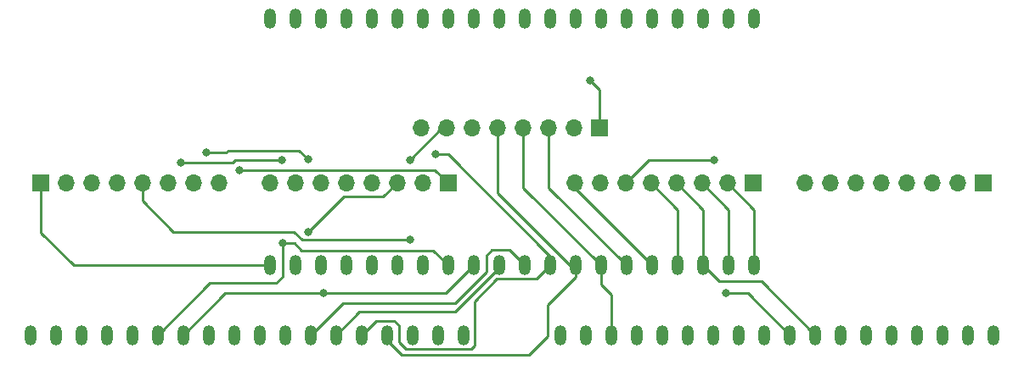
<source format=gbl>
G04 #@! TF.GenerationSoftware,KiCad,Pcbnew,(5.1.10-1-10_14)*
G04 #@! TF.CreationDate,2021-06-04T22:41:06-05:00*
G04 #@! TF.ProjectId,169-display-replacement-v2,3136392d-6469-4737-906c-61792d726570,rev?*
G04 #@! TF.SameCoordinates,Original*
G04 #@! TF.FileFunction,Copper,L2,Bot*
G04 #@! TF.FilePolarity,Positive*
%FSLAX46Y46*%
G04 Gerber Fmt 4.6, Leading zero omitted, Abs format (unit mm)*
G04 Created by KiCad (PCBNEW (5.1.10-1-10_14)) date 2021-06-04 22:41:06*
%MOMM*%
%LPD*%
G01*
G04 APERTURE LIST*
G04 #@! TA.AperFunction,ComponentPad*
%ADD10O,1.200000X2.000000*%
G04 #@! TD*
G04 #@! TA.AperFunction,ComponentPad*
%ADD11R,1.700000X1.700000*%
G04 #@! TD*
G04 #@! TA.AperFunction,ComponentPad*
%ADD12O,1.700000X1.700000*%
G04 #@! TD*
G04 #@! TA.AperFunction,ViaPad*
%ADD13C,0.800000*%
G04 #@! TD*
G04 #@! TA.AperFunction,Conductor*
%ADD14C,0.250000*%
G04 #@! TD*
G04 APERTURE END LIST*
D10*
X115620000Y-90630000D03*
X115620000Y-115270000D03*
X118160000Y-90630000D03*
X118160000Y-115270000D03*
X120700000Y-90630000D03*
X120700000Y-115270000D03*
X123240000Y-90630000D03*
X123240000Y-115270000D03*
X125780000Y-90630000D03*
X125780000Y-115270000D03*
X128320000Y-90630000D03*
X128320000Y-115270000D03*
X130860000Y-90630000D03*
X130860000Y-115270000D03*
X133400000Y-90630000D03*
X133400000Y-115270000D03*
X135940000Y-90630000D03*
X135940000Y-115270000D03*
X138480000Y-90630000D03*
X138480000Y-115270000D03*
X141020000Y-90630000D03*
X141020000Y-115270000D03*
X143560000Y-90630000D03*
X143560000Y-115270000D03*
X146100000Y-90630000D03*
X146100000Y-115270000D03*
X148640000Y-90630000D03*
X148640000Y-115270000D03*
X151180000Y-90630000D03*
X151180000Y-115270000D03*
X153720000Y-90630000D03*
X153720000Y-115270000D03*
X156260000Y-90630000D03*
X156260000Y-115270000D03*
X158800000Y-90630000D03*
X158800000Y-115270000D03*
X161340000Y-90630000D03*
X161340000Y-115270000D03*
X163880000Y-90630000D03*
X163880000Y-115270000D03*
D11*
X186750000Y-107050000D03*
D12*
X184210000Y-107050000D03*
X181670000Y-107050000D03*
X179130000Y-107050000D03*
X176590000Y-107050000D03*
X174050000Y-107050000D03*
X171510000Y-107050000D03*
X168970000Y-107050000D03*
D11*
X163750000Y-107050000D03*
D12*
X161210000Y-107050000D03*
X158670000Y-107050000D03*
X156130000Y-107050000D03*
X153590000Y-107050000D03*
X151050000Y-107050000D03*
X148510000Y-107050000D03*
X145970000Y-107050000D03*
D11*
X148500000Y-101550000D03*
D12*
X145960000Y-101550000D03*
X143420000Y-101550000D03*
X140880000Y-101550000D03*
X138340000Y-101550000D03*
X135800000Y-101550000D03*
X133260000Y-101550000D03*
X130720000Y-101550000D03*
D11*
X133350000Y-107050000D03*
D12*
X130810000Y-107050000D03*
X128270000Y-107050000D03*
X125730000Y-107050000D03*
X123190000Y-107050000D03*
X120650000Y-107050000D03*
X118110000Y-107050000D03*
X115570000Y-107050000D03*
D11*
X92750000Y-107050000D03*
D12*
X95290000Y-107050000D03*
X97830000Y-107050000D03*
X100370000Y-107050000D03*
X102910000Y-107050000D03*
X105450000Y-107050000D03*
X107990000Y-107050000D03*
X110530000Y-107050000D03*
D10*
X91720000Y-122250000D03*
X94260000Y-122250000D03*
X96800000Y-122250000D03*
X99340000Y-122250000D03*
X101880000Y-122250000D03*
X104420000Y-122250000D03*
X106960000Y-122250000D03*
X109500000Y-122250000D03*
X112040000Y-122250000D03*
X114580000Y-122250000D03*
X117120000Y-122250000D03*
X119660000Y-122250000D03*
X122200000Y-122250000D03*
X124740000Y-122250000D03*
X127280000Y-122250000D03*
X129820000Y-122250000D03*
X132360000Y-122250000D03*
X134900000Y-122250000D03*
X144600000Y-122250000D03*
X147140000Y-122250000D03*
X149680000Y-122250000D03*
X152220000Y-122250000D03*
X154760000Y-122250000D03*
X157300000Y-122250000D03*
X159840000Y-122250000D03*
X162380000Y-122250000D03*
X164920000Y-122250000D03*
X167460000Y-122250000D03*
X170000000Y-122250000D03*
X172540000Y-122250000D03*
X175080000Y-122250000D03*
X177620000Y-122250000D03*
X180160000Y-122250000D03*
X182700000Y-122250000D03*
X185240000Y-122250000D03*
X187780000Y-122250000D03*
D13*
X129600000Y-112710000D03*
X116870000Y-113090000D03*
X120910000Y-118050000D03*
X116820000Y-104720000D03*
X106700008Y-104969992D03*
X119410000Y-104700000D03*
X109250000Y-104030000D03*
X112550000Y-105730000D03*
X119450000Y-111920000D03*
X132080000Y-104160000D03*
X129550000Y-104740000D03*
X147550000Y-96800000D03*
X159930000Y-104730000D03*
X161110000Y-118080000D03*
D14*
X96020000Y-115270000D02*
X115620000Y-115270000D01*
X92750000Y-112000000D02*
X96020000Y-115270000D01*
X92750000Y-107050000D02*
X92750000Y-112000000D01*
X102910000Y-108860000D02*
X102910000Y-107050000D01*
X105980000Y-111930000D02*
X102910000Y-108860000D01*
X118020000Y-111930000D02*
X105980000Y-111930000D01*
X118800000Y-112710000D02*
X118020000Y-111930000D01*
X129600000Y-112710000D02*
X118800000Y-112710000D01*
X109620000Y-117050000D02*
X104420000Y-122250000D01*
X116230000Y-117050000D02*
X109620000Y-117050000D01*
X116870000Y-116410000D02*
X116230000Y-117050000D01*
X116870000Y-113090000D02*
X116870000Y-116410000D01*
X131910000Y-113780000D02*
X133400000Y-115270000D01*
X118730000Y-113780000D02*
X131910000Y-113780000D01*
X118040000Y-113090000D02*
X118730000Y-113780000D01*
X116870000Y-113090000D02*
X118040000Y-113090000D01*
X135940000Y-115250000D02*
X135940000Y-115270000D01*
X120910000Y-118050000D02*
X111160000Y-118050000D01*
X111160000Y-118050000D02*
X106960000Y-122250000D01*
X133160000Y-118050000D02*
X135940000Y-115270000D01*
X120910000Y-118050000D02*
X133160000Y-118050000D01*
X106700016Y-104970000D02*
X111895000Y-104970000D01*
X112145000Y-104720000D02*
X116820000Y-104720000D01*
X111895000Y-104970000D02*
X112145000Y-104720000D01*
X106700008Y-104969992D02*
X106700016Y-104970000D01*
X118520000Y-103810000D02*
X119410000Y-104700000D01*
X111230000Y-104030000D02*
X111450000Y-103810000D01*
X111450000Y-103810000D02*
X118520000Y-103810000D01*
X109250000Y-104030000D02*
X111230000Y-104030000D01*
X132030000Y-105730000D02*
X112550000Y-105730000D01*
X133350000Y-107050000D02*
X132030000Y-105730000D01*
X119450000Y-111920000D02*
X119450000Y-111920000D01*
X122960000Y-108410000D02*
X119450000Y-111920000D01*
X126910000Y-108410000D02*
X122960000Y-108410000D01*
X128270000Y-107050000D02*
X126910000Y-108410000D01*
X137170000Y-114310000D02*
X137730000Y-113750000D01*
X137730000Y-113750000D02*
X139500000Y-113750000D01*
X119660000Y-122250000D02*
X122860000Y-119050000D01*
X137170000Y-115930000D02*
X137170000Y-114310000D01*
X134050000Y-119050000D02*
X137170000Y-115930000D01*
X139500000Y-113750000D02*
X141020000Y-115270000D01*
X122860000Y-119050000D02*
X134050000Y-119050000D01*
X138480000Y-115520000D02*
X138480000Y-115270000D01*
X134050000Y-119950000D02*
X138480000Y-115520000D01*
X124490000Y-119950000D02*
X134050000Y-119950000D01*
X122200000Y-122240000D02*
X124490000Y-119950000D01*
X122200000Y-122250000D02*
X122200000Y-122240000D01*
X143560000Y-114370000D02*
X143560000Y-115270000D01*
X133350000Y-104160000D02*
X143560000Y-114370000D01*
X132080000Y-104160000D02*
X133350000Y-104160000D01*
X126190000Y-120800000D02*
X124740000Y-122250000D01*
X128000000Y-120800000D02*
X126190000Y-120800000D01*
X128500000Y-121300000D02*
X128000000Y-120800000D01*
X128500000Y-122941795D02*
X128500000Y-121300000D01*
X129188205Y-123630000D02*
X128500000Y-122941795D01*
X135670000Y-123630000D02*
X129188205Y-123630000D01*
X136000000Y-123300000D02*
X135670000Y-123630000D01*
X136000000Y-118900000D02*
X136000000Y-123300000D01*
X138250000Y-116650000D02*
X136000000Y-118900000D01*
X142180000Y-116650000D02*
X138250000Y-116650000D01*
X143560000Y-115270000D02*
X142180000Y-116650000D01*
X145530000Y-115270000D02*
X146100000Y-115270000D01*
X138340000Y-108080000D02*
X145530000Y-115270000D01*
X138340000Y-101550000D02*
X138340000Y-108080000D01*
X146100000Y-116450000D02*
X146100000Y-115270000D01*
X143310000Y-119240000D02*
X146100000Y-116450000D01*
X143310000Y-122365000D02*
X143310000Y-119240000D01*
X141425000Y-124250000D02*
X143310000Y-122365000D01*
X128700000Y-124250000D02*
X141425000Y-124250000D01*
X127280000Y-122830000D02*
X128700000Y-124250000D01*
X127280000Y-122250000D02*
X127280000Y-122830000D01*
X132740000Y-101550000D02*
X129550000Y-104740000D01*
X133260000Y-101550000D02*
X132740000Y-101550000D01*
X148500000Y-97750000D02*
X147550000Y-96800000D01*
X148500000Y-101550000D02*
X148500000Y-97750000D01*
X143420000Y-107510000D02*
X151180000Y-115270000D01*
X143420000Y-101550000D02*
X143420000Y-107510000D01*
X148640000Y-115270000D02*
X148640000Y-117190000D01*
X149680000Y-118230000D02*
X149680000Y-122250000D01*
X148640000Y-117190000D02*
X149680000Y-118230000D01*
X140880000Y-107510000D02*
X148640000Y-115270000D01*
X140880000Y-101550000D02*
X140880000Y-107510000D01*
X145970000Y-107520000D02*
X153720000Y-115270000D01*
X145970000Y-107050000D02*
X145970000Y-107520000D01*
X156260000Y-109720000D02*
X156260000Y-115270000D01*
X153590000Y-107050000D02*
X156260000Y-109720000D01*
X153370000Y-104730000D02*
X151050000Y-107050000D01*
X159930000Y-104730000D02*
X153370000Y-104730000D01*
X163880000Y-109720000D02*
X161210000Y-107050000D01*
X163880000Y-115270000D02*
X163880000Y-109720000D01*
X163290000Y-118080000D02*
X167460000Y-122250000D01*
X161110000Y-118080000D02*
X163290000Y-118080000D01*
X161330000Y-109710000D02*
X158670000Y-107050000D01*
X161330000Y-115260000D02*
X161330000Y-109710000D01*
X164600000Y-116850000D02*
X170000000Y-122250000D01*
X160380000Y-116850000D02*
X164600000Y-116850000D01*
X158800000Y-115270000D02*
X160380000Y-116850000D01*
X158800000Y-109720000D02*
X156130000Y-107050000D01*
X158800000Y-115270000D02*
X158800000Y-109720000D01*
M02*

</source>
